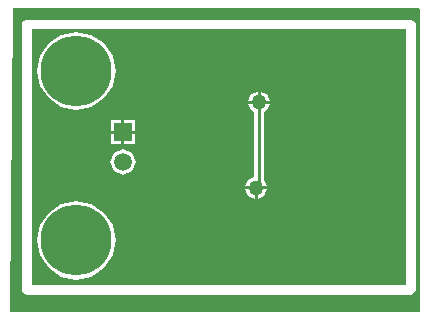
<source format=gbl>
%FSLAX23Y23*%
%MOIN*%
G70*
G01*
G75*
G04 Layer_Physical_Order=2*
G04 Layer_Color=16711680*
%ADD10R,0.118X0.059*%
%ADD11R,0.118X0.039*%
%ADD12R,0.059X0.059*%
%ADD13R,0.031X0.035*%
%ADD14C,0.010*%
%ADD15R,0.059X0.059*%
%ADD16C,0.059*%
%ADD17C,0.050*%
%ADD18C,0.039*%
%ADD19C,0.236*%
G36*
X1310Y935D02*
X1310Y935D01*
Y-75D01*
X-50D01*
X-50Y-75D01*
X-55Y-73D01*
X-45Y940D01*
X1308D01*
X1310Y935D01*
D02*
G37*
%LPC*%
G36*
X1280Y901D02*
X0D01*
X-11Y896D01*
X-16Y885D01*
X-15Y882D01*
X-16Y880D01*
Y0D01*
X-11Y-11D01*
X0Y-16D01*
X1280D01*
X1291Y-11D01*
X1296Y0D01*
X1296Y-0D01*
X1296Y0D01*
Y885D01*
X1291Y896D01*
X1280Y901D01*
D02*
G37*
%LPD*%
G36*
X1264Y16D02*
X16D01*
Y869D01*
X1264D01*
Y16D01*
D02*
G37*
%LPC*%
G36*
X801Y335D02*
X770D01*
Y304D01*
X792Y313D01*
X801Y335D01*
D02*
G37*
G36*
X811Y620D02*
X739D01*
X748Y598D01*
X759Y594D01*
Y375D01*
X738Y367D01*
X729Y345D01*
X801D01*
X792Y367D01*
X791Y367D01*
Y594D01*
X802Y598D01*
X811Y620D01*
D02*
G37*
G36*
X165Y296D02*
X115Y286D01*
X73Y257D01*
X44Y215D01*
X34Y165D01*
X44Y115D01*
X73Y73D01*
X115Y44D01*
X165Y34D01*
X215Y44D01*
X257Y73D01*
X286Y115D01*
X296Y165D01*
X286Y215D01*
X257Y257D01*
X215Y286D01*
X165Y296D01*
D02*
G37*
G36*
X760Y335D02*
X729D01*
X738Y313D01*
X760Y304D01*
Y335D01*
D02*
G37*
G36*
X320Y468D02*
X290Y455D01*
X277Y425D01*
X290Y395D01*
X320Y382D01*
X350Y395D01*
X363Y425D01*
X350Y455D01*
X320Y468D01*
D02*
G37*
G36*
X165Y861D02*
X115Y851D01*
X73Y822D01*
X44Y780D01*
X34Y730D01*
X44Y680D01*
X73Y638D01*
X115Y609D01*
X165Y599D01*
X215Y609D01*
X257Y638D01*
X286Y680D01*
X296Y730D01*
X286Y780D01*
X257Y822D01*
X215Y851D01*
X165Y861D01*
D02*
G37*
G36*
X770Y661D02*
X748Y652D01*
X739Y630D01*
X770D01*
Y661D01*
D02*
G37*
G36*
X780D02*
Y630D01*
X811D01*
X802Y652D01*
X780Y661D01*
D02*
G37*
G36*
X360Y565D02*
X325D01*
Y530D01*
X360D01*
Y565D01*
D02*
G37*
G36*
X315Y520D02*
X280D01*
Y485D01*
X315D01*
Y520D01*
D02*
G37*
G36*
X360D02*
X325D01*
Y485D01*
X360D01*
Y520D01*
D02*
G37*
G36*
X315Y565D02*
X280D01*
Y530D01*
X315D01*
Y565D01*
D02*
G37*
%LPD*%
D14*
X765Y340D02*
X775Y350D01*
Y625D01*
D15*
X320Y525D02*
D03*
D16*
Y425D02*
D03*
D17*
X775Y625D02*
D03*
X765Y340D02*
D03*
D18*
X102Y793D02*
D03*
X228D02*
D03*
X165Y819D02*
D03*
X76Y730D02*
D03*
X102Y667D02*
D03*
X165Y641D02*
D03*
X228Y667D02*
D03*
X254Y730D02*
D03*
Y165D02*
D03*
X228Y102D02*
D03*
X165Y76D02*
D03*
X102Y102D02*
D03*
X76Y165D02*
D03*
X165Y254D02*
D03*
X228Y228D02*
D03*
X102D02*
D03*
D19*
X165Y730D02*
D03*
Y165D02*
D03*
M02*

</source>
